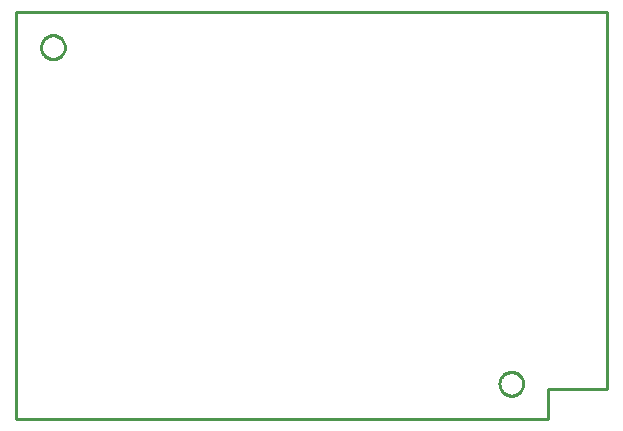
<source format=gbr>
G04 EAGLE Gerber RS-274X export*
G75*
%MOMM*%
%FSLAX34Y34*%
%LPD*%
%IN*%
%IPPOS*%
%AMOC8*
5,1,8,0,0,1.08239X$1,22.5*%
G01*
%ADD10C,0.254000*%


D10*
X-1000Y0D02*
X449000Y0D01*
X449000Y25400D01*
X499000Y25400D01*
X499000Y345000D01*
X-1000Y345000D01*
X-1000Y0D01*
X428000Y29563D02*
X427924Y28694D01*
X427772Y27834D01*
X427546Y26990D01*
X427248Y26170D01*
X426879Y25378D01*
X426442Y24622D01*
X425941Y23907D01*
X425380Y23238D01*
X424762Y22620D01*
X424093Y22059D01*
X423378Y21558D01*
X422622Y21121D01*
X421830Y20752D01*
X421010Y20454D01*
X420166Y20228D01*
X419307Y20076D01*
X418437Y20000D01*
X417563Y20000D01*
X416694Y20076D01*
X415834Y20228D01*
X414990Y20454D01*
X414170Y20752D01*
X413378Y21121D01*
X412622Y21558D01*
X411907Y22059D01*
X411238Y22620D01*
X410620Y23238D01*
X410059Y23907D01*
X409558Y24622D01*
X409121Y25378D01*
X408752Y26170D01*
X408454Y26990D01*
X408228Y27834D01*
X408076Y28694D01*
X408000Y29563D01*
X408000Y30437D01*
X408076Y31307D01*
X408228Y32166D01*
X408454Y33010D01*
X408752Y33830D01*
X409121Y34622D01*
X409558Y35378D01*
X410059Y36093D01*
X410620Y36762D01*
X411238Y37380D01*
X411907Y37941D01*
X412622Y38442D01*
X413378Y38879D01*
X414170Y39248D01*
X414990Y39546D01*
X415834Y39772D01*
X416694Y39924D01*
X417563Y40000D01*
X418437Y40000D01*
X419307Y39924D01*
X420166Y39772D01*
X421010Y39546D01*
X421830Y39248D01*
X422622Y38879D01*
X423378Y38442D01*
X424093Y37941D01*
X424762Y37380D01*
X425380Y36762D01*
X425941Y36093D01*
X426442Y35378D01*
X426879Y34622D01*
X427248Y33830D01*
X427546Y33010D01*
X427772Y32166D01*
X427924Y31307D01*
X428000Y30437D01*
X428000Y29563D01*
X40000Y314563D02*
X39924Y313694D01*
X39772Y312834D01*
X39546Y311990D01*
X39248Y311170D01*
X38879Y310378D01*
X38442Y309622D01*
X37941Y308907D01*
X37380Y308238D01*
X36762Y307620D01*
X36093Y307059D01*
X35378Y306558D01*
X34622Y306121D01*
X33830Y305752D01*
X33010Y305454D01*
X32166Y305228D01*
X31307Y305076D01*
X30437Y305000D01*
X29563Y305000D01*
X28694Y305076D01*
X27834Y305228D01*
X26990Y305454D01*
X26170Y305752D01*
X25378Y306121D01*
X24622Y306558D01*
X23907Y307059D01*
X23238Y307620D01*
X22620Y308238D01*
X22059Y308907D01*
X21558Y309622D01*
X21121Y310378D01*
X20752Y311170D01*
X20454Y311990D01*
X20228Y312834D01*
X20076Y313694D01*
X20000Y314563D01*
X20000Y315437D01*
X20076Y316307D01*
X20228Y317166D01*
X20454Y318010D01*
X20752Y318830D01*
X21121Y319622D01*
X21558Y320378D01*
X22059Y321093D01*
X22620Y321762D01*
X23238Y322380D01*
X23907Y322941D01*
X24622Y323442D01*
X25378Y323879D01*
X26170Y324248D01*
X26990Y324546D01*
X27834Y324772D01*
X28694Y324924D01*
X29563Y325000D01*
X30437Y325000D01*
X31307Y324924D01*
X32166Y324772D01*
X33010Y324546D01*
X33830Y324248D01*
X34622Y323879D01*
X35378Y323442D01*
X36093Y322941D01*
X36762Y322380D01*
X37380Y321762D01*
X37941Y321093D01*
X38442Y320378D01*
X38879Y319622D01*
X39248Y318830D01*
X39546Y318010D01*
X39772Y317166D01*
X39924Y316307D01*
X40000Y315437D01*
X40000Y314563D01*
M02*

</source>
